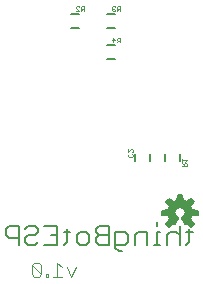
<source format=gbo>
G75*
%MOIN*%
%OFA0B0*%
%FSLAX25Y25*%
%IPPOS*%
%LPD*%
%AMOC8*
5,1,8,0,0,1.08239X$1,22.5*
%
%ADD10C,0.00600*%
%ADD11C,0.00400*%
%ADD12C,0.00100*%
%ADD13C,0.00591*%
D10*
X0014520Y0020603D02*
X0015588Y0019535D01*
X0018791Y0019535D01*
X0018791Y0017400D02*
X0018791Y0023805D01*
X0015588Y0023805D01*
X0014520Y0022738D01*
X0014520Y0020603D01*
X0020966Y0019535D02*
X0020966Y0018468D01*
X0022033Y0017400D01*
X0024168Y0017400D01*
X0025236Y0018468D01*
X0024168Y0020603D02*
X0022033Y0020603D01*
X0020966Y0019535D01*
X0020966Y0022738D02*
X0022033Y0023805D01*
X0024168Y0023805D01*
X0025236Y0022738D01*
X0025236Y0021670D01*
X0024168Y0020603D01*
X0027411Y0023805D02*
X0031682Y0023805D01*
X0031682Y0017400D01*
X0027411Y0017400D01*
X0029546Y0020603D02*
X0031682Y0020603D01*
X0033843Y0021670D02*
X0035979Y0021670D01*
X0034911Y0022738D02*
X0034911Y0018468D01*
X0033843Y0017400D01*
X0038154Y0018468D02*
X0038154Y0020603D01*
X0039221Y0021670D01*
X0041356Y0021670D01*
X0042424Y0020603D01*
X0042424Y0018468D01*
X0041356Y0017400D01*
X0039221Y0017400D01*
X0038154Y0018468D01*
X0044599Y0018468D02*
X0045667Y0017400D01*
X0048870Y0017400D01*
X0048870Y0023805D01*
X0045667Y0023805D01*
X0044599Y0022738D01*
X0044599Y0021670D01*
X0045667Y0020603D01*
X0048870Y0020603D01*
X0051045Y0021670D02*
X0054247Y0021670D01*
X0055315Y0020603D01*
X0055315Y0018468D01*
X0054247Y0017400D01*
X0051045Y0017400D01*
X0051045Y0016332D02*
X0051045Y0021670D01*
X0051045Y0016332D02*
X0052112Y0015265D01*
X0053180Y0015265D01*
X0057490Y0017400D02*
X0057490Y0020603D01*
X0058558Y0021670D01*
X0061761Y0021670D01*
X0061761Y0017400D01*
X0063922Y0017400D02*
X0066058Y0017400D01*
X0064990Y0017400D02*
X0064990Y0021670D01*
X0066058Y0021670D01*
X0064990Y0023805D02*
X0064990Y0024873D01*
X0068233Y0020603D02*
X0068233Y0017400D01*
X0068233Y0020603D02*
X0069300Y0021670D01*
X0071435Y0021670D01*
X0072503Y0020603D01*
X0074665Y0021670D02*
X0076800Y0021670D01*
X0075732Y0022738D02*
X0075732Y0018468D01*
X0074665Y0017400D01*
X0072503Y0017400D02*
X0072503Y0023805D01*
X0072462Y0045419D02*
X0072462Y0047781D01*
X0067738Y0047781D02*
X0067738Y0045419D01*
X0062462Y0045419D02*
X0062462Y0047781D01*
X0057738Y0047781D02*
X0057738Y0045419D01*
X0045667Y0020603D02*
X0044599Y0019535D01*
X0044599Y0018468D01*
X0048419Y0079238D02*
X0050781Y0079238D01*
X0050781Y0083962D02*
X0048419Y0083962D01*
X0048419Y0089738D02*
X0050781Y0089738D01*
X0050781Y0094462D02*
X0048419Y0094462D01*
X0038781Y0094462D02*
X0036419Y0094462D01*
X0036419Y0089738D02*
X0038781Y0089738D01*
D11*
X0031761Y0011404D02*
X0031761Y0006800D01*
X0030227Y0006800D02*
X0033296Y0006800D01*
X0033296Y0009869D02*
X0031761Y0011404D01*
X0034831Y0009869D02*
X0036365Y0006800D01*
X0037900Y0009869D01*
X0028692Y0007567D02*
X0028692Y0006800D01*
X0027925Y0006800D01*
X0027925Y0007567D01*
X0028692Y0007567D01*
X0026390Y0007567D02*
X0026390Y0010637D01*
X0025623Y0011404D01*
X0024088Y0011404D01*
X0023321Y0010637D01*
X0026390Y0007567D01*
X0025623Y0006800D01*
X0024088Y0006800D01*
X0023321Y0007567D01*
X0023321Y0010637D01*
D12*
X0055550Y0046703D02*
X0055300Y0046954D01*
X0055300Y0047454D01*
X0055550Y0047704D01*
X0055300Y0048177D02*
X0056301Y0049178D01*
X0056551Y0049178D01*
X0056801Y0048927D01*
X0056801Y0048427D01*
X0056551Y0048177D01*
X0056551Y0047704D02*
X0056801Y0047454D01*
X0056801Y0046954D01*
X0056551Y0046703D01*
X0055550Y0046703D01*
X0055300Y0048177D02*
X0055300Y0049178D01*
X0073400Y0046124D02*
X0073400Y0045123D01*
X0073400Y0044651D02*
X0073900Y0044150D01*
X0073900Y0044401D02*
X0073900Y0043650D01*
X0073400Y0043650D02*
X0074901Y0043650D01*
X0074901Y0044401D01*
X0074651Y0044651D01*
X0074151Y0044651D01*
X0073900Y0044401D01*
X0074401Y0045123D02*
X0074901Y0045624D01*
X0073400Y0045624D01*
X0052550Y0084900D02*
X0052550Y0086401D01*
X0051799Y0086401D01*
X0051549Y0086151D01*
X0051549Y0085651D01*
X0051799Y0085400D01*
X0052550Y0085400D01*
X0052050Y0085400D02*
X0051549Y0084900D01*
X0051077Y0085651D02*
X0050076Y0085651D01*
X0050326Y0086401D02*
X0051077Y0085651D01*
X0050326Y0086401D02*
X0050326Y0084900D01*
X0050326Y0095400D02*
X0050827Y0095400D01*
X0051077Y0095650D01*
X0051549Y0095400D02*
X0052050Y0095900D01*
X0051799Y0095900D02*
X0052550Y0095900D01*
X0052550Y0095400D02*
X0052550Y0096901D01*
X0051799Y0096901D01*
X0051549Y0096651D01*
X0051549Y0096151D01*
X0051799Y0095900D01*
X0051077Y0096651D02*
X0050827Y0096901D01*
X0050326Y0096901D01*
X0050076Y0096651D01*
X0050076Y0096401D01*
X0050326Y0096151D01*
X0050076Y0095900D01*
X0050076Y0095650D01*
X0050326Y0095400D01*
X0050326Y0096151D02*
X0050576Y0096151D01*
X0040550Y0095900D02*
X0039799Y0095900D01*
X0039549Y0096151D01*
X0039549Y0096651D01*
X0039799Y0096901D01*
X0040550Y0096901D01*
X0040550Y0095400D01*
X0040050Y0095900D02*
X0039549Y0095400D01*
X0039077Y0095400D02*
X0038076Y0096401D01*
X0038076Y0096651D01*
X0038326Y0096901D01*
X0038827Y0096901D01*
X0039077Y0096651D01*
X0039077Y0095400D02*
X0038076Y0095400D01*
D13*
X0071880Y0033961D02*
X0073320Y0033961D01*
X0073513Y0032056D01*
X0074154Y0031851D01*
X0074752Y0031543D01*
X0076236Y0032754D01*
X0077254Y0031736D01*
X0076043Y0030252D01*
X0076351Y0029654D01*
X0076556Y0029013D01*
X0078461Y0028820D01*
X0078461Y0027380D01*
X0076556Y0027187D01*
X0076351Y0026546D01*
X0076043Y0025948D01*
X0077254Y0024464D01*
X0076236Y0023446D01*
X0074752Y0024657D01*
X0074154Y0024349D01*
X0073306Y0026395D01*
X0073685Y0026607D01*
X0074003Y0026901D01*
X0074245Y0027262D01*
X0074395Y0027669D01*
X0074446Y0028100D01*
X0074393Y0028539D01*
X0074237Y0028952D01*
X0073988Y0029317D01*
X0073659Y0029611D01*
X0073269Y0029820D01*
X0072841Y0029929D01*
X0072399Y0029934D01*
X0071969Y0029834D01*
X0071575Y0029634D01*
X0071240Y0029346D01*
X0070982Y0028987D01*
X0070818Y0028577D01*
X0070755Y0028140D01*
X0070799Y0027700D01*
X0070945Y0027284D01*
X0071186Y0026914D01*
X0071509Y0026612D01*
X0071894Y0026395D01*
X0071046Y0024349D01*
X0070448Y0024657D01*
X0068964Y0023446D01*
X0067946Y0024464D01*
X0069157Y0025948D01*
X0068849Y0026546D01*
X0068644Y0027187D01*
X0066739Y0027380D01*
X0066739Y0028820D01*
X0068644Y0029013D01*
X0068849Y0029654D01*
X0069157Y0030252D01*
X0067946Y0031736D01*
X0068964Y0032754D01*
X0070448Y0031543D01*
X0071046Y0031851D01*
X0071687Y0032056D01*
X0071880Y0033961D01*
X0071865Y0033809D02*
X0073335Y0033809D01*
X0073395Y0033220D02*
X0071805Y0033220D01*
X0071745Y0032631D02*
X0073455Y0032631D01*
X0073557Y0032042D02*
X0071643Y0032042D01*
X0069837Y0032042D02*
X0068253Y0032042D01*
X0068177Y0031453D02*
X0077023Y0031453D01*
X0076947Y0032042D02*
X0075363Y0032042D01*
X0076086Y0032631D02*
X0076358Y0032631D01*
X0076543Y0030864D02*
X0068657Y0030864D01*
X0069138Y0030275D02*
X0076062Y0030275D01*
X0076335Y0029686D02*
X0073519Y0029686D01*
X0074138Y0029097D02*
X0076530Y0029097D01*
X0078461Y0028508D02*
X0074396Y0028508D01*
X0074424Y0027919D02*
X0078461Y0027919D01*
X0077963Y0027330D02*
X0074269Y0027330D01*
X0073830Y0026741D02*
X0076413Y0026741D01*
X0076148Y0026152D02*
X0073407Y0026152D01*
X0073651Y0025562D02*
X0076358Y0025562D01*
X0076838Y0024973D02*
X0073895Y0024973D01*
X0074139Y0024384D02*
X0074223Y0024384D01*
X0075086Y0024384D02*
X0077174Y0024384D01*
X0076585Y0023795D02*
X0075808Y0023795D01*
X0071549Y0025562D02*
X0068842Y0025562D01*
X0069052Y0026152D02*
X0071793Y0026152D01*
X0071371Y0026741D02*
X0068787Y0026741D01*
X0067237Y0027330D02*
X0070929Y0027330D01*
X0070777Y0027919D02*
X0066739Y0027919D01*
X0066739Y0028508D02*
X0070808Y0028508D01*
X0071061Y0029097D02*
X0068670Y0029097D01*
X0068865Y0029686D02*
X0071678Y0029686D01*
X0069114Y0032631D02*
X0068842Y0032631D01*
X0068362Y0024973D02*
X0071305Y0024973D01*
X0071061Y0024384D02*
X0070977Y0024384D01*
X0070114Y0024384D02*
X0068026Y0024384D01*
X0068615Y0023795D02*
X0069392Y0023795D01*
M02*

</source>
